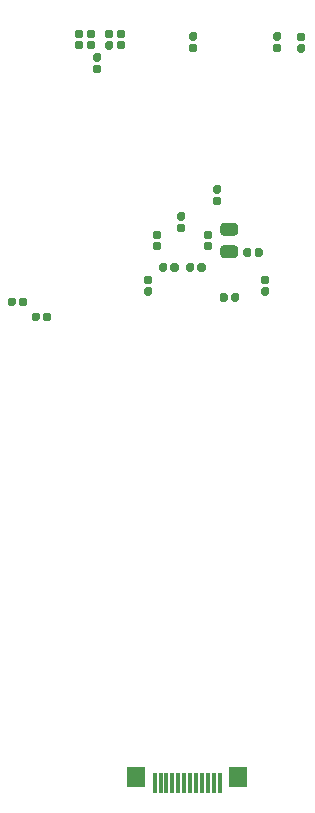
<source format=gbr>
%TF.GenerationSoftware,KiCad,Pcbnew,5.1.6*%
%TF.CreationDate,2021-05-06T17:12:19+02:00*%
%TF.ProjectId,nhci,6e686369-2e6b-4696-9361-645f70636258,rev?*%
%TF.SameCoordinates,Original*%
%TF.FileFunction,Soldermask,Bot*%
%TF.FilePolarity,Negative*%
%FSLAX46Y46*%
G04 Gerber Fmt 4.6, Leading zero omitted, Abs format (unit mm)*
G04 Created by KiCad (PCBNEW 5.1.6) date 2021-05-06 17:12:19*
%MOMM*%
%LPD*%
G01*
G04 APERTURE LIST*
%ADD10R,1.500000X1.800000*%
%ADD11R,0.400000X1.800000*%
G04 APERTURE END LIST*
%TO.C,R26*%
G36*
G01*
X53584000Y-130372500D02*
X53584000Y-129977500D01*
G75*
G02*
X53756500Y-129805000I172500J0D01*
G01*
X54101500Y-129805000D01*
G75*
G02*
X54274000Y-129977500I0J-172500D01*
G01*
X54274000Y-130372500D01*
G75*
G02*
X54101500Y-130545000I-172500J0D01*
G01*
X53756500Y-130545000D01*
G75*
G02*
X53584000Y-130372500I0J172500D01*
G01*
G37*
G36*
G01*
X52614000Y-130372500D02*
X52614000Y-129977500D01*
G75*
G02*
X52786500Y-129805000I172500J0D01*
G01*
X53131500Y-129805000D01*
G75*
G02*
X53304000Y-129977500I0J-172500D01*
G01*
X53304000Y-130372500D01*
G75*
G02*
X53131500Y-130545000I-172500J0D01*
G01*
X52786500Y-130545000D01*
G75*
G02*
X52614000Y-130372500I0J172500D01*
G01*
G37*
%TD*%
%TO.C,R25*%
G36*
G01*
X51552000Y-129102500D02*
X51552000Y-128707500D01*
G75*
G02*
X51724500Y-128535000I172500J0D01*
G01*
X52069500Y-128535000D01*
G75*
G02*
X52242000Y-128707500I0J-172500D01*
G01*
X52242000Y-129102500D01*
G75*
G02*
X52069500Y-129275000I-172500J0D01*
G01*
X51724500Y-129275000D01*
G75*
G02*
X51552000Y-129102500I0J172500D01*
G01*
G37*
G36*
G01*
X50582000Y-129102500D02*
X50582000Y-128707500D01*
G75*
G02*
X50754500Y-128535000I172500J0D01*
G01*
X51099500Y-128535000D01*
G75*
G02*
X51272000Y-128707500I0J-172500D01*
G01*
X51272000Y-129102500D01*
G75*
G02*
X51099500Y-129275000I-172500J0D01*
G01*
X50754500Y-129275000D01*
G75*
G02*
X50582000Y-129102500I0J172500D01*
G01*
G37*
%TD*%
D10*
%TO.C,U1*%
X70106000Y-169082000D03*
X61466000Y-169082000D03*
D11*
X63036000Y-169632000D03*
X63536000Y-169632000D03*
X64036000Y-169632000D03*
X64536000Y-169632000D03*
X65036000Y-169632000D03*
X65536000Y-169632000D03*
X66036000Y-169632000D03*
X66536000Y-169632000D03*
X67036000Y-169632000D03*
X67536000Y-169632000D03*
X68036000Y-169632000D03*
X68536000Y-169632000D03*
%TD*%
%TO.C,R9*%
G36*
G01*
X73208500Y-107051000D02*
X73603500Y-107051000D01*
G75*
G02*
X73776000Y-107223500I0J-172500D01*
G01*
X73776000Y-107568500D01*
G75*
G02*
X73603500Y-107741000I-172500J0D01*
G01*
X73208500Y-107741000D01*
G75*
G02*
X73036000Y-107568500I0J172500D01*
G01*
X73036000Y-107223500D01*
G75*
G02*
X73208500Y-107051000I172500J0D01*
G01*
G37*
G36*
G01*
X73208500Y-106081000D02*
X73603500Y-106081000D01*
G75*
G02*
X73776000Y-106253500I0J-172500D01*
G01*
X73776000Y-106598500D01*
G75*
G02*
X73603500Y-106771000I-172500J0D01*
G01*
X73208500Y-106771000D01*
G75*
G02*
X73036000Y-106598500I0J172500D01*
G01*
X73036000Y-106253500D01*
G75*
G02*
X73208500Y-106081000I172500J0D01*
G01*
G37*
%TD*%
%TO.C,R8*%
G36*
G01*
X66096500Y-107051000D02*
X66491500Y-107051000D01*
G75*
G02*
X66664000Y-107223500I0J-172500D01*
G01*
X66664000Y-107568500D01*
G75*
G02*
X66491500Y-107741000I-172500J0D01*
G01*
X66096500Y-107741000D01*
G75*
G02*
X65924000Y-107568500I0J172500D01*
G01*
X65924000Y-107223500D01*
G75*
G02*
X66096500Y-107051000I172500J0D01*
G01*
G37*
G36*
G01*
X66096500Y-106081000D02*
X66491500Y-106081000D01*
G75*
G02*
X66664000Y-106253500I0J-172500D01*
G01*
X66664000Y-106598500D01*
G75*
G02*
X66491500Y-106771000I-172500J0D01*
G01*
X66096500Y-106771000D01*
G75*
G02*
X65924000Y-106598500I0J172500D01*
G01*
X65924000Y-106253500D01*
G75*
G02*
X66096500Y-106081000I172500J0D01*
G01*
G37*
%TD*%
%TO.C,R7*%
G36*
G01*
X57968500Y-108829000D02*
X58363500Y-108829000D01*
G75*
G02*
X58536000Y-109001500I0J-172500D01*
G01*
X58536000Y-109346500D01*
G75*
G02*
X58363500Y-109519000I-172500J0D01*
G01*
X57968500Y-109519000D01*
G75*
G02*
X57796000Y-109346500I0J172500D01*
G01*
X57796000Y-109001500D01*
G75*
G02*
X57968500Y-108829000I172500J0D01*
G01*
G37*
G36*
G01*
X57968500Y-107859000D02*
X58363500Y-107859000D01*
G75*
G02*
X58536000Y-108031500I0J-172500D01*
G01*
X58536000Y-108376500D01*
G75*
G02*
X58363500Y-108549000I-172500J0D01*
G01*
X57968500Y-108549000D01*
G75*
G02*
X57796000Y-108376500I0J172500D01*
G01*
X57796000Y-108031500D01*
G75*
G02*
X57968500Y-107859000I172500J0D01*
G01*
G37*
%TD*%
%TO.C,R6*%
G36*
G01*
X60000500Y-106820000D02*
X60395500Y-106820000D01*
G75*
G02*
X60568000Y-106992500I0J-172500D01*
G01*
X60568000Y-107337500D01*
G75*
G02*
X60395500Y-107510000I-172500J0D01*
G01*
X60000500Y-107510000D01*
G75*
G02*
X59828000Y-107337500I0J172500D01*
G01*
X59828000Y-106992500D01*
G75*
G02*
X60000500Y-106820000I172500J0D01*
G01*
G37*
G36*
G01*
X60000500Y-105850000D02*
X60395500Y-105850000D01*
G75*
G02*
X60568000Y-106022500I0J-172500D01*
G01*
X60568000Y-106367500D01*
G75*
G02*
X60395500Y-106540000I-172500J0D01*
G01*
X60000500Y-106540000D01*
G75*
G02*
X59828000Y-106367500I0J172500D01*
G01*
X59828000Y-106022500D01*
G75*
G02*
X60000500Y-105850000I172500J0D01*
G01*
G37*
%TD*%
%TO.C,R5*%
G36*
G01*
X58984500Y-106843000D02*
X59379500Y-106843000D01*
G75*
G02*
X59552000Y-107015500I0J-172500D01*
G01*
X59552000Y-107360500D01*
G75*
G02*
X59379500Y-107533000I-172500J0D01*
G01*
X58984500Y-107533000D01*
G75*
G02*
X58812000Y-107360500I0J172500D01*
G01*
X58812000Y-107015500D01*
G75*
G02*
X58984500Y-106843000I172500J0D01*
G01*
G37*
G36*
G01*
X58984500Y-105873000D02*
X59379500Y-105873000D01*
G75*
G02*
X59552000Y-106045500I0J-172500D01*
G01*
X59552000Y-106390500D01*
G75*
G02*
X59379500Y-106563000I-172500J0D01*
G01*
X58984500Y-106563000D01*
G75*
G02*
X58812000Y-106390500I0J172500D01*
G01*
X58812000Y-106045500D01*
G75*
G02*
X58984500Y-105873000I172500J0D01*
G01*
G37*
%TD*%
%TO.C,R4*%
G36*
G01*
X75240500Y-107097000D02*
X75635500Y-107097000D01*
G75*
G02*
X75808000Y-107269500I0J-172500D01*
G01*
X75808000Y-107614500D01*
G75*
G02*
X75635500Y-107787000I-172500J0D01*
G01*
X75240500Y-107787000D01*
G75*
G02*
X75068000Y-107614500I0J172500D01*
G01*
X75068000Y-107269500D01*
G75*
G02*
X75240500Y-107097000I172500J0D01*
G01*
G37*
G36*
G01*
X75240500Y-106127000D02*
X75635500Y-106127000D01*
G75*
G02*
X75808000Y-106299500I0J-172500D01*
G01*
X75808000Y-106644500D01*
G75*
G02*
X75635500Y-106817000I-172500J0D01*
G01*
X75240500Y-106817000D01*
G75*
G02*
X75068000Y-106644500I0J172500D01*
G01*
X75068000Y-106299500D01*
G75*
G02*
X75240500Y-106127000I172500J0D01*
G01*
G37*
%TD*%
%TO.C,R3*%
G36*
G01*
X57460500Y-106820000D02*
X57855500Y-106820000D01*
G75*
G02*
X58028000Y-106992500I0J-172500D01*
G01*
X58028000Y-107337500D01*
G75*
G02*
X57855500Y-107510000I-172500J0D01*
G01*
X57460500Y-107510000D01*
G75*
G02*
X57288000Y-107337500I0J172500D01*
G01*
X57288000Y-106992500D01*
G75*
G02*
X57460500Y-106820000I172500J0D01*
G01*
G37*
G36*
G01*
X57460500Y-105850000D02*
X57855500Y-105850000D01*
G75*
G02*
X58028000Y-106022500I0J-172500D01*
G01*
X58028000Y-106367500D01*
G75*
G02*
X57855500Y-106540000I-172500J0D01*
G01*
X57460500Y-106540000D01*
G75*
G02*
X57288000Y-106367500I0J172500D01*
G01*
X57288000Y-106022500D01*
G75*
G02*
X57460500Y-105850000I172500J0D01*
G01*
G37*
%TD*%
%TO.C,R2*%
G36*
G01*
X56444500Y-106820000D02*
X56839500Y-106820000D01*
G75*
G02*
X57012000Y-106992500I0J-172500D01*
G01*
X57012000Y-107337500D01*
G75*
G02*
X56839500Y-107510000I-172500J0D01*
G01*
X56444500Y-107510000D01*
G75*
G02*
X56272000Y-107337500I0J172500D01*
G01*
X56272000Y-106992500D01*
G75*
G02*
X56444500Y-106820000I172500J0D01*
G01*
G37*
G36*
G01*
X56444500Y-105850000D02*
X56839500Y-105850000D01*
G75*
G02*
X57012000Y-106022500I0J-172500D01*
G01*
X57012000Y-106367500D01*
G75*
G02*
X56839500Y-106540000I-172500J0D01*
G01*
X56444500Y-106540000D01*
G75*
G02*
X56272000Y-106367500I0J172500D01*
G01*
X56272000Y-106022500D01*
G75*
G02*
X56444500Y-105850000I172500J0D01*
G01*
G37*
%TD*%
%TO.C,C20*%
G36*
G01*
X66665000Y-126181500D02*
X66665000Y-125786500D01*
G75*
G02*
X66837500Y-125614000I172500J0D01*
G01*
X67182500Y-125614000D01*
G75*
G02*
X67355000Y-125786500I0J-172500D01*
G01*
X67355000Y-126181500D01*
G75*
G02*
X67182500Y-126354000I-172500J0D01*
G01*
X66837500Y-126354000D01*
G75*
G02*
X66665000Y-126181500I0J172500D01*
G01*
G37*
G36*
G01*
X65695000Y-126181500D02*
X65695000Y-125786500D01*
G75*
G02*
X65867500Y-125614000I172500J0D01*
G01*
X66212500Y-125614000D01*
G75*
G02*
X66385000Y-125786500I0J-172500D01*
G01*
X66385000Y-126181500D01*
G75*
G02*
X66212500Y-126354000I-172500J0D01*
G01*
X65867500Y-126354000D01*
G75*
G02*
X65695000Y-126181500I0J172500D01*
G01*
G37*
%TD*%
%TO.C,C19*%
G36*
G01*
X65080500Y-122291000D02*
X65475500Y-122291000D01*
G75*
G02*
X65648000Y-122463500I0J-172500D01*
G01*
X65648000Y-122808500D01*
G75*
G02*
X65475500Y-122981000I-172500J0D01*
G01*
X65080500Y-122981000D01*
G75*
G02*
X64908000Y-122808500I0J172500D01*
G01*
X64908000Y-122463500D01*
G75*
G02*
X65080500Y-122291000I172500J0D01*
G01*
G37*
G36*
G01*
X65080500Y-121321000D02*
X65475500Y-121321000D01*
G75*
G02*
X65648000Y-121493500I0J-172500D01*
G01*
X65648000Y-121838500D01*
G75*
G02*
X65475500Y-122011000I-172500J0D01*
G01*
X65080500Y-122011000D01*
G75*
G02*
X64908000Y-121838500I0J172500D01*
G01*
X64908000Y-121493500D01*
G75*
G02*
X65080500Y-121321000I172500J0D01*
G01*
G37*
%TD*%
%TO.C,C18*%
G36*
G01*
X64379000Y-126181500D02*
X64379000Y-125786500D01*
G75*
G02*
X64551500Y-125614000I172500J0D01*
G01*
X64896500Y-125614000D01*
G75*
G02*
X65069000Y-125786500I0J-172500D01*
G01*
X65069000Y-126181500D01*
G75*
G02*
X64896500Y-126354000I-172500J0D01*
G01*
X64551500Y-126354000D01*
G75*
G02*
X64379000Y-126181500I0J172500D01*
G01*
G37*
G36*
G01*
X63409000Y-126181500D02*
X63409000Y-125786500D01*
G75*
G02*
X63581500Y-125614000I172500J0D01*
G01*
X63926500Y-125614000D01*
G75*
G02*
X64099000Y-125786500I0J-172500D01*
G01*
X64099000Y-126181500D01*
G75*
G02*
X63926500Y-126354000I-172500J0D01*
G01*
X63581500Y-126354000D01*
G75*
G02*
X63409000Y-126181500I0J172500D01*
G01*
G37*
%TD*%
%TO.C,R1*%
G36*
G01*
X71514000Y-124911500D02*
X71514000Y-124516500D01*
G75*
G02*
X71686500Y-124344000I172500J0D01*
G01*
X72031500Y-124344000D01*
G75*
G02*
X72204000Y-124516500I0J-172500D01*
G01*
X72204000Y-124911500D01*
G75*
G02*
X72031500Y-125084000I-172500J0D01*
G01*
X71686500Y-125084000D01*
G75*
G02*
X71514000Y-124911500I0J172500D01*
G01*
G37*
G36*
G01*
X70544000Y-124911500D02*
X70544000Y-124516500D01*
G75*
G02*
X70716500Y-124344000I172500J0D01*
G01*
X71061500Y-124344000D01*
G75*
G02*
X71234000Y-124516500I0J-172500D01*
G01*
X71234000Y-124911500D01*
G75*
G02*
X71061500Y-125084000I-172500J0D01*
G01*
X70716500Y-125084000D01*
G75*
G02*
X70544000Y-124911500I0J172500D01*
G01*
G37*
%TD*%
%TO.C,C17*%
G36*
G01*
X62681500Y-127391000D02*
X62286500Y-127391000D01*
G75*
G02*
X62114000Y-127218500I0J172500D01*
G01*
X62114000Y-126873500D01*
G75*
G02*
X62286500Y-126701000I172500J0D01*
G01*
X62681500Y-126701000D01*
G75*
G02*
X62854000Y-126873500I0J-172500D01*
G01*
X62854000Y-127218500D01*
G75*
G02*
X62681500Y-127391000I-172500J0D01*
G01*
G37*
G36*
G01*
X62681500Y-128361000D02*
X62286500Y-128361000D01*
G75*
G02*
X62114000Y-128188500I0J172500D01*
G01*
X62114000Y-127843500D01*
G75*
G02*
X62286500Y-127671000I172500J0D01*
G01*
X62681500Y-127671000D01*
G75*
G02*
X62854000Y-127843500I0J-172500D01*
G01*
X62854000Y-128188500D01*
G75*
G02*
X62681500Y-128361000I-172500J0D01*
G01*
G37*
%TD*%
%TO.C,C16*%
G36*
G01*
X68860750Y-124098000D02*
X69823250Y-124098000D01*
G75*
G02*
X70092000Y-124366750I0J-268750D01*
G01*
X70092000Y-124904250D01*
G75*
G02*
X69823250Y-125173000I-268750J0D01*
G01*
X68860750Y-125173000D01*
G75*
G02*
X68592000Y-124904250I0J268750D01*
G01*
X68592000Y-124366750D01*
G75*
G02*
X68860750Y-124098000I268750J0D01*
G01*
G37*
G36*
G01*
X68860750Y-122223000D02*
X69823250Y-122223000D01*
G75*
G02*
X70092000Y-122491750I0J-268750D01*
G01*
X70092000Y-123029250D01*
G75*
G02*
X69823250Y-123298000I-268750J0D01*
G01*
X68860750Y-123298000D01*
G75*
G02*
X68592000Y-123029250I0J268750D01*
G01*
X68592000Y-122491750D01*
G75*
G02*
X68860750Y-122223000I268750J0D01*
G01*
G37*
%TD*%
%TO.C,C15*%
G36*
G01*
X67366500Y-123838000D02*
X67761500Y-123838000D01*
G75*
G02*
X67934000Y-124010500I0J-172500D01*
G01*
X67934000Y-124355500D01*
G75*
G02*
X67761500Y-124528000I-172500J0D01*
G01*
X67366500Y-124528000D01*
G75*
G02*
X67194000Y-124355500I0J172500D01*
G01*
X67194000Y-124010500D01*
G75*
G02*
X67366500Y-123838000I172500J0D01*
G01*
G37*
G36*
G01*
X67366500Y-122868000D02*
X67761500Y-122868000D01*
G75*
G02*
X67934000Y-123040500I0J-172500D01*
G01*
X67934000Y-123385500D01*
G75*
G02*
X67761500Y-123558000I-172500J0D01*
G01*
X67366500Y-123558000D01*
G75*
G02*
X67194000Y-123385500I0J172500D01*
G01*
X67194000Y-123040500D01*
G75*
G02*
X67366500Y-122868000I172500J0D01*
G01*
G37*
%TD*%
%TO.C,C14*%
G36*
G01*
X72587500Y-127391000D02*
X72192500Y-127391000D01*
G75*
G02*
X72020000Y-127218500I0J172500D01*
G01*
X72020000Y-126873500D01*
G75*
G02*
X72192500Y-126701000I172500J0D01*
G01*
X72587500Y-126701000D01*
G75*
G02*
X72760000Y-126873500I0J-172500D01*
G01*
X72760000Y-127218500D01*
G75*
G02*
X72587500Y-127391000I-172500J0D01*
G01*
G37*
G36*
G01*
X72587500Y-128361000D02*
X72192500Y-128361000D01*
G75*
G02*
X72020000Y-128188500I0J172500D01*
G01*
X72020000Y-127843500D01*
G75*
G02*
X72192500Y-127671000I172500J0D01*
G01*
X72587500Y-127671000D01*
G75*
G02*
X72760000Y-127843500I0J-172500D01*
G01*
X72760000Y-128188500D01*
G75*
G02*
X72587500Y-128361000I-172500J0D01*
G01*
G37*
%TD*%
%TO.C,C13*%
G36*
G01*
X69225000Y-128326500D02*
X69225000Y-128721500D01*
G75*
G02*
X69052500Y-128894000I-172500J0D01*
G01*
X68707500Y-128894000D01*
G75*
G02*
X68535000Y-128721500I0J172500D01*
G01*
X68535000Y-128326500D01*
G75*
G02*
X68707500Y-128154000I172500J0D01*
G01*
X69052500Y-128154000D01*
G75*
G02*
X69225000Y-128326500I0J-172500D01*
G01*
G37*
G36*
G01*
X70195000Y-128326500D02*
X70195000Y-128721500D01*
G75*
G02*
X70022500Y-128894000I-172500J0D01*
G01*
X69677500Y-128894000D01*
G75*
G02*
X69505000Y-128721500I0J172500D01*
G01*
X69505000Y-128326500D01*
G75*
G02*
X69677500Y-128154000I172500J0D01*
G01*
X70022500Y-128154000D01*
G75*
G02*
X70195000Y-128326500I0J-172500D01*
G01*
G37*
%TD*%
%TO.C,C12*%
G36*
G01*
X63048500Y-123838000D02*
X63443500Y-123838000D01*
G75*
G02*
X63616000Y-124010500I0J-172500D01*
G01*
X63616000Y-124355500D01*
G75*
G02*
X63443500Y-124528000I-172500J0D01*
G01*
X63048500Y-124528000D01*
G75*
G02*
X62876000Y-124355500I0J172500D01*
G01*
X62876000Y-124010500D01*
G75*
G02*
X63048500Y-123838000I172500J0D01*
G01*
G37*
G36*
G01*
X63048500Y-122868000D02*
X63443500Y-122868000D01*
G75*
G02*
X63616000Y-123040500I0J-172500D01*
G01*
X63616000Y-123385500D01*
G75*
G02*
X63443500Y-123558000I-172500J0D01*
G01*
X63048500Y-123558000D01*
G75*
G02*
X62876000Y-123385500I0J172500D01*
G01*
X62876000Y-123040500D01*
G75*
G02*
X63048500Y-122868000I172500J0D01*
G01*
G37*
%TD*%
%TO.C,C11*%
G36*
G01*
X68128500Y-120005000D02*
X68523500Y-120005000D01*
G75*
G02*
X68696000Y-120177500I0J-172500D01*
G01*
X68696000Y-120522500D01*
G75*
G02*
X68523500Y-120695000I-172500J0D01*
G01*
X68128500Y-120695000D01*
G75*
G02*
X67956000Y-120522500I0J172500D01*
G01*
X67956000Y-120177500D01*
G75*
G02*
X68128500Y-120005000I172500J0D01*
G01*
G37*
G36*
G01*
X68128500Y-119035000D02*
X68523500Y-119035000D01*
G75*
G02*
X68696000Y-119207500I0J-172500D01*
G01*
X68696000Y-119552500D01*
G75*
G02*
X68523500Y-119725000I-172500J0D01*
G01*
X68128500Y-119725000D01*
G75*
G02*
X67956000Y-119552500I0J172500D01*
G01*
X67956000Y-119207500D01*
G75*
G02*
X68128500Y-119035000I172500J0D01*
G01*
G37*
%TD*%
M02*

</source>
